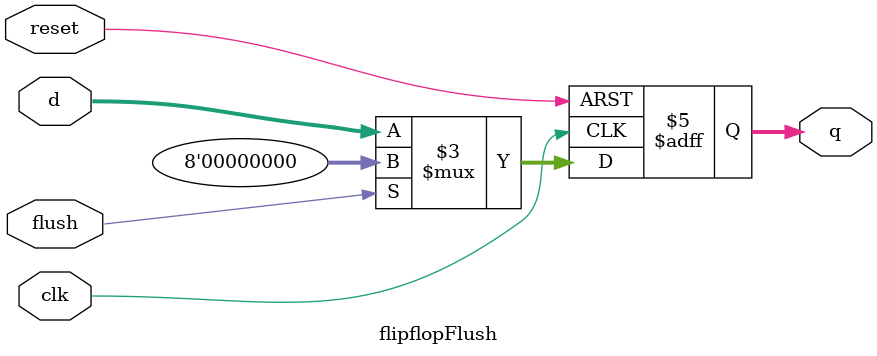
<source format=sv>
module flipflopFlush #( parameter WIDTH = 8 )(input logic clk, reset, flush,
															 input logic  [WIDTH-1:0] d,
															 output logic [WIDTH-1:0] q );

		always_ff @( posedge clk, posedge reset )
		begin
			if (reset) 	    q <= 0;
			else begin 
				if (flush) q <= 0;
				else 			q <= d;
			end		
		end
endmodule
</source>
